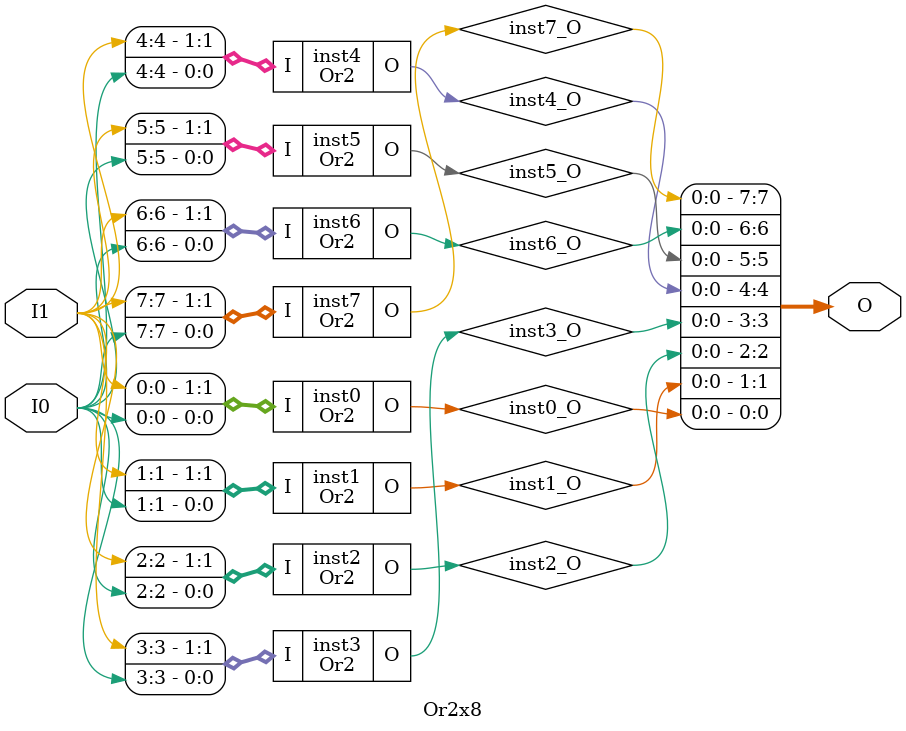
<source format=v>
module Or2 (input [1:0] I, output  O);
wire  inst0_O;
SB_LUT4 #(.LUT_INIT(16'hEEEE)) inst0 (.I0(I[0]), .I1(I[1]), .I2(1'b0), .I3(1'b0), .O(inst0_O));
assign O = inst0_O;
endmodule

module Or2x8 (input [7:0] I0, input [7:0] I1, output [7:0] O);
wire  inst0_O;
wire  inst1_O;
wire  inst2_O;
wire  inst3_O;
wire  inst4_O;
wire  inst5_O;
wire  inst6_O;
wire  inst7_O;
Or2 inst0 (.I({I1[0],I0[0]}), .O(inst0_O));
Or2 inst1 (.I({I1[1],I0[1]}), .O(inst1_O));
Or2 inst2 (.I({I1[2],I0[2]}), .O(inst2_O));
Or2 inst3 (.I({I1[3],I0[3]}), .O(inst3_O));
Or2 inst4 (.I({I1[4],I0[4]}), .O(inst4_O));
Or2 inst5 (.I({I1[5],I0[5]}), .O(inst5_O));
Or2 inst6 (.I({I1[6],I0[6]}), .O(inst6_O));
Or2 inst7 (.I({I1[7],I0[7]}), .O(inst7_O));
assign O = {inst7_O,inst6_O,inst5_O,inst4_O,inst3_O,inst2_O,inst1_O,inst0_O};
endmodule


</source>
